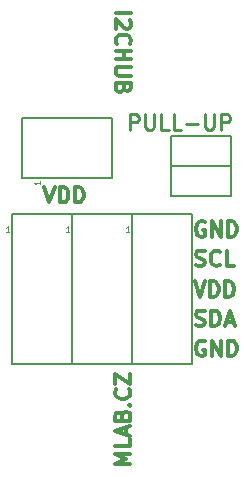
<source format=gbr>
G04 #@! TF.FileFunction,Legend,Top*
%FSLAX46Y46*%
G04 Gerber Fmt 4.6, Leading zero omitted, Abs format (unit mm)*
G04 Created by KiCad (PCBNEW 4.0.1-stable) date 20. 4. 2016 8:22:54*
%MOMM*%
G01*
G04 APERTURE LIST*
%ADD10C,0.500000*%
%ADD11C,0.300000*%
%ADD12C,0.250000*%
%ADD13C,0.150000*%
%ADD14C,0.050000*%
G04 APERTURE END LIST*
D10*
D11*
X9508405Y39793452D02*
X10808405Y39793452D01*
X10684595Y39236309D02*
X10746500Y39174404D01*
X10808405Y39050595D01*
X10808405Y38741071D01*
X10746500Y38617261D01*
X10684595Y38555357D01*
X10560786Y38493452D01*
X10436976Y38493452D01*
X10251262Y38555357D01*
X9508405Y39298214D01*
X9508405Y38493452D01*
X9632214Y37193452D02*
X9570310Y37255357D01*
X9508405Y37441071D01*
X9508405Y37564881D01*
X9570310Y37750595D01*
X9694119Y37874404D01*
X9817929Y37936309D01*
X10065548Y37998214D01*
X10251262Y37998214D01*
X10498881Y37936309D01*
X10622690Y37874404D01*
X10746500Y37750595D01*
X10808405Y37564881D01*
X10808405Y37441071D01*
X10746500Y37255357D01*
X10684595Y37193452D01*
X9508405Y36636309D02*
X10808405Y36636309D01*
X10189357Y36636309D02*
X10189357Y35893452D01*
X9508405Y35893452D02*
X10808405Y35893452D01*
X10808405Y35274404D02*
X9756024Y35274404D01*
X9632214Y35212499D01*
X9570310Y35150595D01*
X9508405Y35026785D01*
X9508405Y34779166D01*
X9570310Y34655357D01*
X9632214Y34593452D01*
X9756024Y34531547D01*
X10808405Y34531547D01*
X10189357Y33479166D02*
X10127452Y33293452D01*
X10065548Y33231547D01*
X9941738Y33169642D01*
X9756024Y33169642D01*
X9632214Y33231547D01*
X9570310Y33293452D01*
X9508405Y33417261D01*
X9508405Y33912499D01*
X10808405Y33912499D01*
X10808405Y33479166D01*
X10746500Y33355356D01*
X10684595Y33293452D01*
X10560786Y33231547D01*
X10436976Y33231547D01*
X10313167Y33293452D01*
X10251262Y33355356D01*
X10189357Y33479166D01*
X10189357Y33912499D01*
X10748095Y1652262D02*
X9448095Y1652262D01*
X10376667Y2085595D01*
X9448095Y2518928D01*
X10748095Y2518928D01*
X10748095Y3757023D02*
X10748095Y3137976D01*
X9448095Y3137976D01*
X10376667Y4128452D02*
X10376667Y4747500D01*
X10748095Y4004643D02*
X9448095Y4437976D01*
X10748095Y4871309D01*
X10067143Y5737976D02*
X10129048Y5923690D01*
X10190952Y5985595D01*
X10314762Y6047500D01*
X10500476Y6047500D01*
X10624286Y5985595D01*
X10686190Y5923690D01*
X10748095Y5799881D01*
X10748095Y5304643D01*
X9448095Y5304643D01*
X9448095Y5737976D01*
X9510000Y5861786D01*
X9571905Y5923690D01*
X9695714Y5985595D01*
X9819524Y5985595D01*
X9943333Y5923690D01*
X10005238Y5861786D01*
X10067143Y5737976D01*
X10067143Y5304643D01*
X10624286Y6604643D02*
X10686190Y6666548D01*
X10748095Y6604643D01*
X10686190Y6542738D01*
X10624286Y6604643D01*
X10748095Y6604643D01*
X10624286Y7966548D02*
X10686190Y7904643D01*
X10748095Y7718929D01*
X10748095Y7595119D01*
X10686190Y7409405D01*
X10562381Y7285596D01*
X10438571Y7223691D01*
X10190952Y7161786D01*
X10005238Y7161786D01*
X9757619Y7223691D01*
X9633810Y7285596D01*
X9510000Y7409405D01*
X9448095Y7595119D01*
X9448095Y7718929D01*
X9510000Y7904643D01*
X9571905Y7966548D01*
X9448095Y8399881D02*
X9448095Y9266548D01*
X10748095Y8399881D01*
X10748095Y9266548D01*
X17055976Y12016500D02*
X16932167Y12078405D01*
X16746452Y12078405D01*
X16560738Y12016500D01*
X16436929Y11892690D01*
X16375024Y11768881D01*
X16313119Y11521262D01*
X16313119Y11335548D01*
X16375024Y11087929D01*
X16436929Y10964119D01*
X16560738Y10840310D01*
X16746452Y10778405D01*
X16870262Y10778405D01*
X17055976Y10840310D01*
X17117881Y10902214D01*
X17117881Y11335548D01*
X16870262Y11335548D01*
X17675024Y10778405D02*
X17675024Y12078405D01*
X18417881Y10778405D01*
X18417881Y12078405D01*
X19036929Y10778405D02*
X19036929Y12078405D01*
X19346453Y12078405D01*
X19532167Y12016500D01*
X19655976Y11892690D01*
X19717881Y11768881D01*
X19779786Y11521262D01*
X19779786Y11335548D01*
X19717881Y11087929D01*
X19655976Y10964119D01*
X19532167Y10840310D01*
X19346453Y10778405D01*
X19036929Y10778405D01*
X16313119Y13380310D02*
X16498833Y13318405D01*
X16808357Y13318405D01*
X16932167Y13380310D01*
X16994071Y13442214D01*
X17055976Y13566024D01*
X17055976Y13689833D01*
X16994071Y13813643D01*
X16932167Y13875548D01*
X16808357Y13937452D01*
X16560738Y13999357D01*
X16436929Y14061262D01*
X16375024Y14123167D01*
X16313119Y14246976D01*
X16313119Y14370786D01*
X16375024Y14494595D01*
X16436929Y14556500D01*
X16560738Y14618405D01*
X16870262Y14618405D01*
X17055976Y14556500D01*
X17613119Y13318405D02*
X17613119Y14618405D01*
X17922643Y14618405D01*
X18108357Y14556500D01*
X18232166Y14432690D01*
X18294071Y14308881D01*
X18355976Y14061262D01*
X18355976Y13875548D01*
X18294071Y13627929D01*
X18232166Y13504119D01*
X18108357Y13380310D01*
X17922643Y13318405D01*
X17613119Y13318405D01*
X18851214Y13689833D02*
X19470262Y13689833D01*
X18727405Y13318405D02*
X19160738Y14618405D01*
X19594071Y13318405D01*
X17055976Y22113000D02*
X16932167Y22174905D01*
X16746452Y22174905D01*
X16560738Y22113000D01*
X16436929Y21989190D01*
X16375024Y21865381D01*
X16313119Y21617762D01*
X16313119Y21432048D01*
X16375024Y21184429D01*
X16436929Y21060619D01*
X16560738Y20936810D01*
X16746452Y20874905D01*
X16870262Y20874905D01*
X17055976Y20936810D01*
X17117881Y20998714D01*
X17117881Y21432048D01*
X16870262Y21432048D01*
X17675024Y20874905D02*
X17675024Y22174905D01*
X18417881Y20874905D01*
X18417881Y22174905D01*
X19036929Y20874905D02*
X19036929Y22174905D01*
X19346453Y22174905D01*
X19532167Y22113000D01*
X19655976Y21989190D01*
X19717881Y21865381D01*
X19779786Y21617762D01*
X19779786Y21432048D01*
X19717881Y21184429D01*
X19655976Y21060619D01*
X19532167Y20936810D01*
X19346453Y20874905D01*
X19036929Y20874905D01*
X16313119Y18460310D02*
X16498833Y18398405D01*
X16808357Y18398405D01*
X16932167Y18460310D01*
X16994071Y18522214D01*
X17055976Y18646024D01*
X17055976Y18769833D01*
X16994071Y18893643D01*
X16932167Y18955548D01*
X16808357Y19017452D01*
X16560738Y19079357D01*
X16436929Y19141262D01*
X16375024Y19203167D01*
X16313119Y19326976D01*
X16313119Y19450786D01*
X16375024Y19574595D01*
X16436929Y19636500D01*
X16560738Y19698405D01*
X16870262Y19698405D01*
X17055976Y19636500D01*
X18355976Y18522214D02*
X18294071Y18460310D01*
X18108357Y18398405D01*
X17984547Y18398405D01*
X17798833Y18460310D01*
X17675024Y18584119D01*
X17613119Y18707929D01*
X17551214Y18955548D01*
X17551214Y19141262D01*
X17613119Y19388881D01*
X17675024Y19512690D01*
X17798833Y19636500D01*
X17984547Y19698405D01*
X18108357Y19698405D01*
X18294071Y19636500D01*
X18355976Y19574595D01*
X19532166Y18398405D02*
X18913119Y18398405D01*
X18913119Y19698405D01*
X16189310Y17094905D02*
X16622643Y15794905D01*
X17055976Y17094905D01*
X17489310Y15794905D02*
X17489310Y17094905D01*
X17798834Y17094905D01*
X17984548Y17033000D01*
X18108357Y16909190D01*
X18170262Y16785381D01*
X18232167Y16537762D01*
X18232167Y16352048D01*
X18170262Y16104429D01*
X18108357Y15980619D01*
X17984548Y15856810D01*
X17798834Y15794905D01*
X17489310Y15794905D01*
X18789310Y15794905D02*
X18789310Y17094905D01*
X19098834Y17094905D01*
X19284548Y17033000D01*
X19408357Y16909190D01*
X19470262Y16785381D01*
X19532167Y16537762D01*
X19532167Y16352048D01*
X19470262Y16104429D01*
X19408357Y15980619D01*
X19284548Y15856810D01*
X19098834Y15794905D01*
X18789310Y15794905D01*
D12*
X10712976Y29955405D02*
X10712976Y31255405D01*
X11208214Y31255405D01*
X11332023Y31193500D01*
X11393928Y31131595D01*
X11455833Y31007786D01*
X11455833Y30822071D01*
X11393928Y30698262D01*
X11332023Y30636357D01*
X11208214Y30574452D01*
X10712976Y30574452D01*
X12012976Y31255405D02*
X12012976Y30203024D01*
X12074881Y30079214D01*
X12136785Y30017310D01*
X12260595Y29955405D01*
X12508214Y29955405D01*
X12632023Y30017310D01*
X12693928Y30079214D01*
X12755833Y30203024D01*
X12755833Y31255405D01*
X13993928Y29955405D02*
X13374881Y29955405D01*
X13374881Y31255405D01*
X15046309Y29955405D02*
X14427262Y29955405D01*
X14427262Y31255405D01*
X15479643Y30450643D02*
X16470119Y30450643D01*
X17089167Y31255405D02*
X17089167Y30203024D01*
X17151072Y30079214D01*
X17212976Y30017310D01*
X17336786Y29955405D01*
X17584405Y29955405D01*
X17708214Y30017310D01*
X17770119Y30079214D01*
X17832024Y30203024D01*
X17832024Y31255405D01*
X18451072Y29955405D02*
X18451072Y31255405D01*
X18946310Y31255405D01*
X19070119Y31193500D01*
X19132024Y31131595D01*
X19193929Y31007786D01*
X19193929Y30822071D01*
X19132024Y30698262D01*
X19070119Y30636357D01*
X18946310Y30574452D01*
X18451072Y30574452D01*
D11*
X3473667Y25095905D02*
X3907000Y23795905D01*
X4340333Y25095905D01*
X4773667Y23795905D02*
X4773667Y25095905D01*
X5083191Y25095905D01*
X5268905Y25034000D01*
X5392714Y24910190D01*
X5454619Y24786381D01*
X5516524Y24538762D01*
X5516524Y24353048D01*
X5454619Y24105429D01*
X5392714Y23981619D01*
X5268905Y23857810D01*
X5083191Y23795905D01*
X4773667Y23795905D01*
X6073667Y23795905D02*
X6073667Y25095905D01*
X6383191Y25095905D01*
X6568905Y25034000D01*
X6692714Y24910190D01*
X6754619Y24786381D01*
X6816524Y24538762D01*
X6816524Y24353048D01*
X6754619Y24105429D01*
X6692714Y23981619D01*
X6568905Y23857810D01*
X6383191Y23795905D01*
X6073667Y23795905D01*
D13*
X1587500Y25844500D02*
X1587500Y30924500D01*
X1587500Y30924500D02*
X9207500Y30924500D01*
X9207500Y30924500D02*
X9207500Y25844500D01*
X9207500Y25844500D02*
X1587500Y25844500D01*
X10922000Y22796500D02*
X16002000Y22796500D01*
X16002000Y22796500D02*
X16002000Y10096500D01*
X16002000Y10096500D02*
X10922000Y10096500D01*
X10922000Y10096500D02*
X10922000Y22796500D01*
X5842000Y22796500D02*
X10922000Y22796500D01*
X10922000Y22796500D02*
X10922000Y10096500D01*
X10922000Y10096500D02*
X5842000Y10096500D01*
X5842000Y10096500D02*
X5842000Y22796500D01*
X762000Y22796500D02*
X5842000Y22796500D01*
X5842000Y22796500D02*
X5842000Y10096500D01*
X5842000Y10096500D02*
X762000Y10096500D01*
X762000Y10096500D02*
X762000Y22796500D01*
X14160500Y26860500D02*
X14160500Y29400500D01*
X14160500Y29400500D02*
X19240500Y29400500D01*
X19240500Y29400500D02*
X19240500Y26860500D01*
X19240500Y26860500D02*
X14160500Y26860500D01*
X14160500Y24320500D02*
X14160500Y26860500D01*
X14160500Y26860500D02*
X19240500Y26860500D01*
X19240500Y26860500D02*
X19240500Y24320500D01*
X19240500Y24320500D02*
X14160500Y24320500D01*
D14*
X3083690Y25606357D02*
X3083690Y25320643D01*
X3083690Y25463500D02*
X2583690Y25463500D01*
X2655119Y25415881D01*
X2702738Y25368262D01*
X2726548Y25320643D01*
X10683857Y21300310D02*
X10398143Y21300310D01*
X10541000Y21300310D02*
X10541000Y21800310D01*
X10493381Y21728881D01*
X10445762Y21681262D01*
X10398143Y21657452D01*
X5603857Y21300310D02*
X5318143Y21300310D01*
X5461000Y21300310D02*
X5461000Y21800310D01*
X5413381Y21728881D01*
X5365762Y21681262D01*
X5318143Y21657452D01*
X523857Y21300310D02*
X238143Y21300310D01*
X381000Y21300310D02*
X381000Y21800310D01*
X333381Y21728881D01*
X285762Y21681262D01*
X238143Y21657452D01*
M02*

</source>
